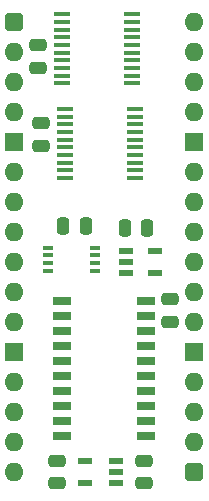
<source format=gts>
%TF.GenerationSoftware,KiCad,Pcbnew,7.0.5*%
%TF.CreationDate,2024-02-16T15:34:48+02:00*%
%TF.ProjectId,Comparator 10bit,436f6d70-6172-4617-946f-722031306269,V0*%
%TF.SameCoordinates,PX6d01460PY32de760*%
%TF.FileFunction,Soldermask,Top*%
%TF.FilePolarity,Negative*%
%FSLAX46Y46*%
G04 Gerber Fmt 4.6, Leading zero omitted, Abs format (unit mm)*
G04 Created by KiCad (PCBNEW 7.0.5) date 2024-02-16 15:34:48*
%MOMM*%
%LPD*%
G01*
G04 APERTURE LIST*
G04 Aperture macros list*
%AMRoundRect*
0 Rectangle with rounded corners*
0 $1 Rounding radius*
0 $2 $3 $4 $5 $6 $7 $8 $9 X,Y pos of 4 corners*
0 Add a 4 corners polygon primitive as box body*
4,1,4,$2,$3,$4,$5,$6,$7,$8,$9,$2,$3,0*
0 Add four circle primitives for the rounded corners*
1,1,$1+$1,$2,$3*
1,1,$1+$1,$4,$5*
1,1,$1+$1,$6,$7*
1,1,$1+$1,$8,$9*
0 Add four rect primitives between the rounded corners*
20,1,$1+$1,$2,$3,$4,$5,0*
20,1,$1+$1,$4,$5,$6,$7,0*
20,1,$1+$1,$6,$7,$8,$9,0*
20,1,$1+$1,$8,$9,$2,$3,0*%
G04 Aperture macros list end*
%ADD10RoundRect,0.400000X-0.400000X-0.400000X0.400000X-0.400000X0.400000X0.400000X-0.400000X0.400000X0*%
%ADD11O,1.600000X1.600000*%
%ADD12R,1.600000X1.600000*%
%ADD13R,1.475000X0.450000*%
%ADD14R,1.150000X0.600000*%
%ADD15R,1.550000X0.650000*%
%ADD16R,1.250000X0.600000*%
%ADD17R,0.950000X0.450000*%
%ADD18RoundRect,0.250000X0.475000X-0.250000X0.475000X0.250000X-0.475000X0.250000X-0.475000X-0.250000X0*%
%ADD19RoundRect,0.250000X0.250000X0.475000X-0.250000X0.475000X-0.250000X-0.475000X0.250000X-0.475000X0*%
%ADD20RoundRect,0.250000X-0.475000X0.250000X-0.475000X-0.250000X0.475000X-0.250000X0.475000X0.250000X0*%
G04 APERTURE END LIST*
D10*
%TO.C,J1*%
X0Y0D03*
D11*
X0Y-2540000D03*
X0Y-5080000D03*
X0Y-7620000D03*
D12*
X0Y-10160000D03*
D11*
X0Y-12700000D03*
X0Y-15240000D03*
X0Y-17780000D03*
X0Y-20320000D03*
X0Y-22860000D03*
X0Y-25400000D03*
D12*
X0Y-27940000D03*
D11*
X0Y-30480000D03*
X0Y-33020000D03*
X0Y-35560000D03*
X0Y-38100000D03*
D10*
X15240000Y-38100000D03*
D11*
X15240000Y-35560000D03*
X15240000Y-33020000D03*
X15240000Y-30480000D03*
D12*
X15240000Y-27940000D03*
D11*
X15240000Y-25400000D03*
X15240000Y-22860000D03*
X15240000Y-20320000D03*
X15240000Y-17780000D03*
X15240000Y-15240000D03*
X15240000Y-12700000D03*
D12*
X15240000Y-10160000D03*
D11*
X15240000Y-7620000D03*
X15240000Y-5080000D03*
X15240000Y-2540000D03*
X15240000Y0D03*
%TD*%
D13*
%TO.C,IC6*%
X9923000Y-5185000D03*
X9923000Y-4535000D03*
X9923000Y-3885000D03*
X9923000Y-3235000D03*
X9923000Y-2585000D03*
X9923000Y-1935000D03*
X9923000Y-1285000D03*
X9923000Y-635000D03*
X9923000Y15000D03*
X9923000Y665000D03*
X4047000Y665000D03*
X4047000Y15000D03*
X4047000Y-635000D03*
X4047000Y-1285000D03*
X4047000Y-1935000D03*
X4047000Y-2585000D03*
X4047000Y-3235000D03*
X4047000Y-3885000D03*
X4047000Y-4535000D03*
X4047000Y-5185000D03*
%TD*%
D14*
%TO.C,IC5*%
X8569000Y-39050000D03*
X8569000Y-38100000D03*
X8569000Y-37150000D03*
X5969000Y-37150000D03*
X5969000Y-39050000D03*
%TD*%
D13*
%TO.C,IC4*%
X10177000Y-13212000D03*
X10177000Y-12562000D03*
X10177000Y-11912000D03*
X10177000Y-11262000D03*
X10177000Y-10612000D03*
X10177000Y-9962000D03*
X10177000Y-9312000D03*
X10177000Y-8662000D03*
X10177000Y-8012000D03*
X10177000Y-7362000D03*
X4301000Y-7362000D03*
X4301000Y-8012000D03*
X4301000Y-8662000D03*
X4301000Y-9312000D03*
X4301000Y-9962000D03*
X4301000Y-10612000D03*
X4301000Y-11262000D03*
X4301000Y-11912000D03*
X4301000Y-12562000D03*
X4301000Y-13212000D03*
%TD*%
D15*
%TO.C,IC3*%
X4058000Y-23622000D03*
X4058000Y-24892000D03*
X4058000Y-26162000D03*
X4058000Y-27432000D03*
X4058000Y-28702000D03*
X4058000Y-29972000D03*
X4058000Y-31242000D03*
X4058000Y-32512000D03*
X4058000Y-33782000D03*
X4058000Y-35052000D03*
X11182000Y-35052000D03*
X11182000Y-33782000D03*
X11182000Y-32512000D03*
X11182000Y-31242000D03*
X11182000Y-29972000D03*
X11182000Y-28702000D03*
X11182000Y-27432000D03*
X11182000Y-26162000D03*
X11182000Y-24892000D03*
X11182000Y-23622000D03*
%TD*%
D16*
%TO.C,IC2*%
X9418000Y-19370000D03*
X9418000Y-20320000D03*
X9418000Y-21270000D03*
X11918000Y-21270000D03*
X11918000Y-19370000D03*
%TD*%
D17*
%TO.C,IC1*%
X2851000Y-19091000D03*
X2851000Y-19741000D03*
X2851000Y-20391000D03*
X2851000Y-21041000D03*
X6801000Y-21041000D03*
X6801000Y-20391000D03*
X6801000Y-19741000D03*
X6801000Y-19091000D03*
%TD*%
D18*
%TO.C,C11*%
X2286000Y-10459000D03*
X2286000Y-8559000D03*
%TD*%
%TO.C,C5*%
X3586000Y-39034000D03*
X3586000Y-37134000D03*
%TD*%
D19*
%TO.C,C2*%
X11221000Y-17399000D03*
X9321000Y-17399000D03*
%TD*%
D18*
%TO.C,C4*%
X10952000Y-39034000D03*
X10952000Y-37134000D03*
%TD*%
D19*
%TO.C,C3*%
X6034000Y-17272000D03*
X4134000Y-17272000D03*
%TD*%
D20*
%TO.C,C12*%
X13208000Y-23450000D03*
X13208000Y-25350000D03*
%TD*%
D18*
%TO.C,C1*%
X2032000Y-3855000D03*
X2032000Y-1955000D03*
%TD*%
M02*

</source>
